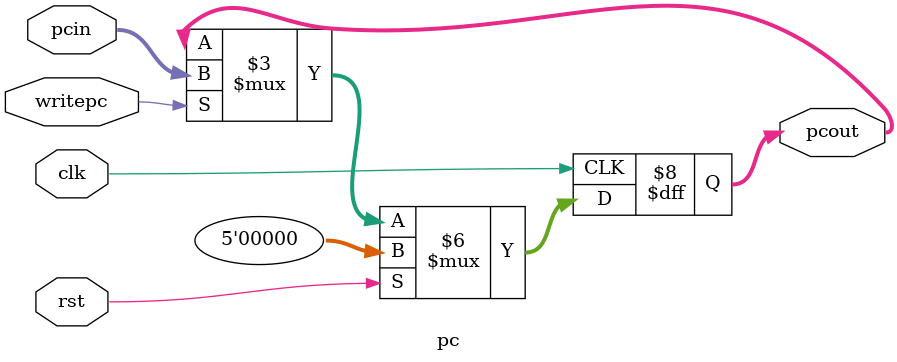
<source format=v>
module pc(pcout,pcin,writepc,clk,rst);

output [4:0] pcout;
input  [4:0] pcin;
input writepc,clk,rst;

reg [4:0] pcout;
 
always @(posedge clk)
  begin
   if(rst)
        pcout<=5'b00000;
      else if(writepc)
           pcout<=pcin;  
           else
           pcout<=pcout;
  end

endmodule
</source>
